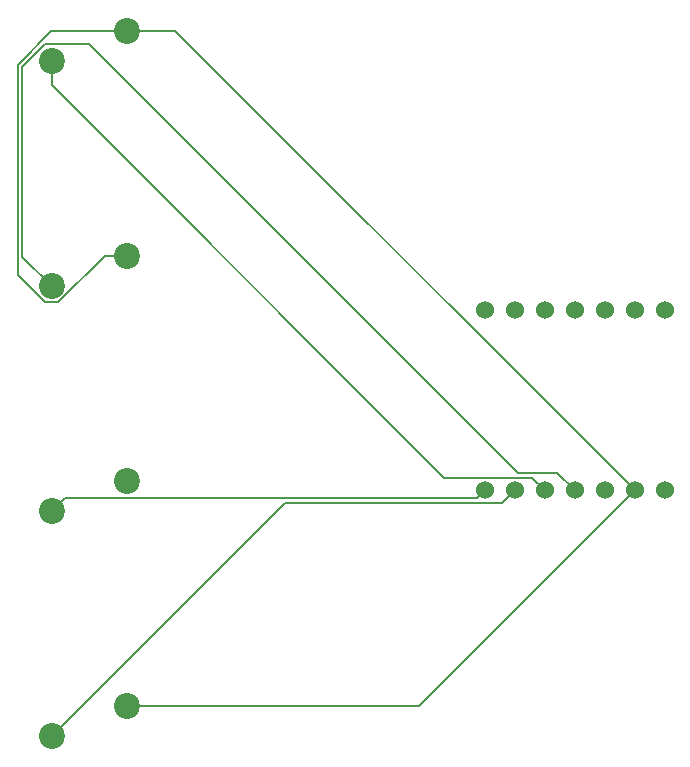
<source format=gbr>
%TF.GenerationSoftware,KiCad,Pcbnew,9.0.2-9.0.2-0~ubuntu25.04.1*%
%TF.CreationDate,2025-06-28T16:32:54-04:00*%
%TF.ProjectId,hackpad,6861636b-7061-4642-9e6b-696361645f70,rev?*%
%TF.SameCoordinates,Original*%
%TF.FileFunction,Copper,L2,Bot*%
%TF.FilePolarity,Positive*%
%FSLAX46Y46*%
G04 Gerber Fmt 4.6, Leading zero omitted, Abs format (unit mm)*
G04 Created by KiCad (PCBNEW 9.0.2-9.0.2-0~ubuntu25.04.1) date 2025-06-28 16:32:54*
%MOMM*%
%LPD*%
G01*
G04 APERTURE LIST*
%TA.AperFunction,ComponentPad*%
%ADD10C,2.200000*%
%TD*%
%TA.AperFunction,ComponentPad*%
%ADD11C,1.524000*%
%TD*%
%TA.AperFunction,Conductor*%
%ADD12C,0.200000*%
%TD*%
G04 APERTURE END LIST*
D10*
%TO.P,SW3,1,1*%
%TO.N,GND*%
X62071250Y-56832500D03*
%TO.P,SW3,2,2*%
%TO.N,Net-(U1-GPIO4{slash}MISO)*%
X55721250Y-59372500D03*
%TD*%
%TO.P,SW4,2,2*%
%TO.N,Net-(U1-GPIO3{slash}MOSI)*%
X55721250Y-78422500D03*
%TO.P,SW4,1,1*%
%TO.N,GND*%
X62071250Y-75882500D03*
%TD*%
%TO.P,SW1,2,2*%
%TO.N,Net-(U1-GPIO1{slash}RX)*%
X55721250Y-97472500D03*
%TO.P,SW1,1,1*%
%TO.N,GND*%
X62071250Y-94932500D03*
%TD*%
%TO.P,SW2,2,2*%
%TO.N,Net-(U1-GPIO2{slash}SCK)*%
X55721250Y-116522500D03*
%TO.P,SW2,1,1*%
%TO.N,GND*%
X62071250Y-113982500D03*
%TD*%
D11*
%TO.P,U1,1,GPIO26/ADC0/A0*%
%TO.N,unconnected-(U1-GPIO26{slash}ADC0{slash}A0-Pad1)*%
X107632500Y-80486250D03*
%TO.P,U1,2,GPIO27/ADC1/A1*%
%TO.N,unconnected-(U1-GPIO27{slash}ADC1{slash}A1-Pad2)*%
X105092500Y-80486250D03*
%TO.P,U1,3,GPIO28/ADC2/A2*%
%TO.N,unconnected-(U1-GPIO28{slash}ADC2{slash}A2-Pad3)*%
X102552500Y-80486250D03*
%TO.P,U1,4,GPIO29/ADC3/A3*%
%TO.N,unconnected-(U1-GPIO29{slash}ADC3{slash}A3-Pad4)*%
X100012500Y-80486250D03*
%TO.P,U1,5,GPIO6/SDA*%
%TO.N,Net-(D1-DIN)*%
X97472500Y-80486250D03*
%TO.P,U1,6,GPIO7/SCL*%
%TO.N,unconnected-(U1-GPIO7{slash}SCL-Pad6)*%
X94932500Y-80486250D03*
%TO.P,U1,7,GPIO0/TX*%
%TO.N,unconnected-(U1-GPIO0{slash}TX-Pad7)*%
X92392500Y-80486250D03*
%TO.P,U1,8,GPIO1/RX*%
%TO.N,Net-(U1-GPIO1{slash}RX)*%
X92392500Y-95726250D03*
%TO.P,U1,9,GPIO2/SCK*%
%TO.N,Net-(U1-GPIO2{slash}SCK)*%
X94932500Y-95726250D03*
%TO.P,U1,10,GPIO4/MISO*%
%TO.N,Net-(U1-GPIO4{slash}MISO)*%
X97472500Y-95726250D03*
%TO.P,U1,11,GPIO3/MOSI*%
%TO.N,Net-(U1-GPIO3{slash}MOSI)*%
X100012500Y-95726250D03*
%TO.P,U1,12,3V3*%
%TO.N,unconnected-(U1-3V3-Pad12)*%
X102552500Y-95726250D03*
%TO.P,U1,13,GND*%
%TO.N,GND*%
X105092500Y-95726250D03*
%TO.P,U1,14,VBUS*%
%TO.N,+5V*%
X107632500Y-95726250D03*
%TD*%
D12*
%TO.N,GND*%
X62071250Y-75882500D02*
X60242564Y-75882500D01*
X60242564Y-75882500D02*
X56301564Y-79823500D01*
X56301564Y-79823500D02*
X55140936Y-79823500D01*
X52849250Y-59696086D02*
X55712836Y-56832500D01*
X55140936Y-79823500D02*
X52849250Y-77531814D01*
X52849250Y-77531814D02*
X52849250Y-59696086D01*
X55712836Y-56832500D02*
X62071250Y-56832500D01*
%TO.N,Net-(U1-GPIO3{slash}MOSI)*%
X55721250Y-78422500D02*
X53250250Y-75951500D01*
X53250250Y-75951500D02*
X53250250Y-59862186D01*
X53250250Y-59862186D02*
X55140936Y-57971500D01*
X95205816Y-94262250D02*
X98548500Y-94262250D01*
X55140936Y-57971500D02*
X58915066Y-57971500D01*
X58915066Y-57971500D02*
X95205816Y-94262250D01*
X98548500Y-94262250D02*
X100012500Y-95726250D01*
%TO.N,Net-(U1-GPIO4{slash}MISO)*%
X55721250Y-59372500D02*
X55721250Y-61427316D01*
X55721250Y-61427316D02*
X88957184Y-94663250D01*
X88957184Y-94663250D02*
X96409500Y-94663250D01*
X96409500Y-94663250D02*
X97472500Y-95726250D01*
%TO.N,GND*%
X62071250Y-56832500D02*
X66198750Y-56832500D01*
X66198750Y-56832500D02*
X105092500Y-95726250D01*
%TO.N,Net-(U1-GPIO1{slash}RX)*%
X55721250Y-97472500D02*
X56821249Y-96372501D01*
X56821249Y-96372501D02*
X91746249Y-96372501D01*
X91746249Y-96372501D02*
X92392500Y-95726250D01*
%TO.N,Net-(U1-GPIO2{slash}SCK)*%
X55721250Y-116522500D02*
X75454500Y-96789250D01*
X75454500Y-96789250D02*
X93869500Y-96789250D01*
X93869500Y-96789250D02*
X94932500Y-95726250D01*
%TO.N,GND*%
X62071250Y-113982500D02*
X86836250Y-113982500D01*
X86836250Y-113982500D02*
X105092500Y-95726250D01*
%TD*%
M02*

</source>
